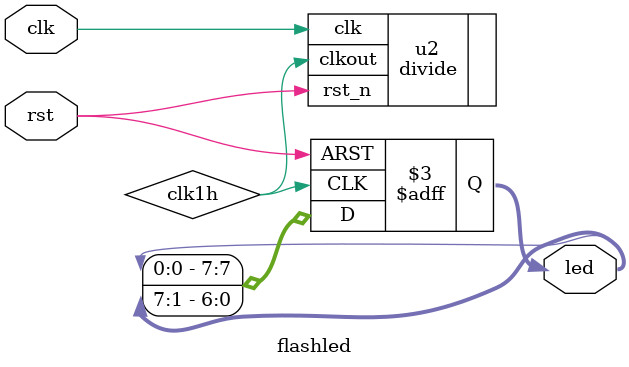
<source format=v>
 
module flashled (clk,rst,led);
 
	input clk,rst;						
	output [7:0] led;				
 
	wire clk1h;           //¶¨ÒåÒ»¸öÖÐ¼ä±äÁ¿£¬±íÊ¾·ÖÆµµÃµ½µÄÊ±ÖÓ£¬ÓÃ×÷¼ÆÊýÆ÷µÄ´¥·¢        
 
	//Àý»¯·ÖÆµÆ÷Ä£¿é£¬²úÉúÒ»¸ö1HzÊ±ÖÓÐÅºÅ		
	divide #(.WIDTH(32),.N(12000000)) u2 (         //´«µÝ²ÎÊý
			.clk(clk),
			.rst_n(rst),                   //Àý»¯µÄ¶Ë¿ÚÐÅºÅ¶¼Á¬½Óµ½¶¨ÒåºÃµÄÐÅºÅ
			.clkout(clk1h)
			);                             
 
	//1HzÊ±ÖÓÉÏÉýÑØ´¥·¢Ñ­»·¸³Öµ
	reg [7:0] led;	
	always@(posedge clk1h or negedge rst)
	begin
		if(!rst)
			led <= 8'b11111110;            // <=Îª·Ç×èÈû¸³Öµ
		else 
			led <= {led[0],led[7:1]};      //µ±Ê±ÖÓÉÏÉýÑØÀ´Ò»´Î£¬Ö´ÐÐÒ»´Î¸³Öµ£¬¸³ÖµÄÚÈÝÊÇled[0]Óëled[7:1]ÖØÐÂÆ´½Ó³É8Î»¸³¸øled£¬Ïàµ±ÓÚÑ­»·ÓÒÒÆ
	end	
endmodule 
</source>
